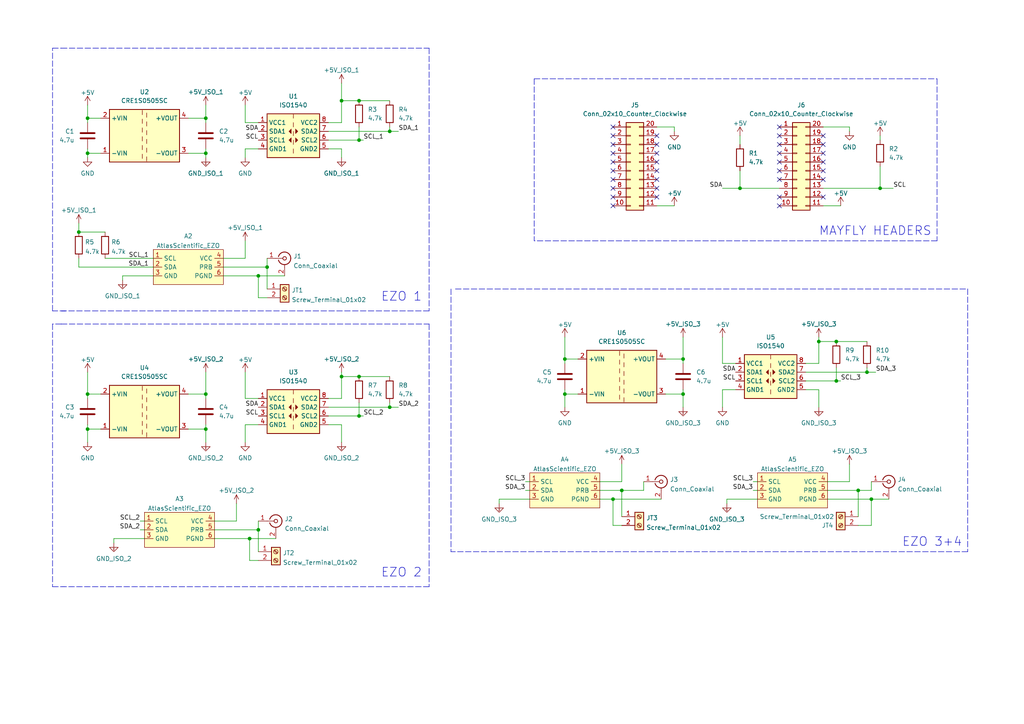
<source format=kicad_sch>
(kicad_sch (version 20211123) (generator eeschema)
  (paper "A4")
  (lib_symbols
    (symbol "Connector:Conn_Coaxial" (pin_names (offset 1.016) hide)
      (property "Reference" "J" (at 0.254 3.048 0))
      (property "Value" "Conn_Coaxial" (at 2.921 0 90))
      (symbol "Conn_Coaxial_0_1"
        (arc (start -1.778 -0.508) (mid 0.222 -1.808) (end 1.778 0) (stroke (width 0.254)))
        (polyline (pts (xy -2.54 0) (xy -0.508 0)))
        (polyline (pts (xy 0 -2.54) (xy 0 -1.778)))
        (circle (center 0 0) (radius 0.508) (stroke (width 0.2032)))
        (arc (start 1.778 0) (mid 0.2221 1.8083) (end -1.778 0.508) (stroke (width 0.254)))
      )
      (symbol "Conn_Coaxial_1_1"
        (pin passive line (at -5.08 0 0) (length 2.54) (name "In") (number "1"))
        (pin passive line (at 0 -5.08 90) (length 2.54) (name "Ext") (number "2"))
      )
    )
    (symbol "Connector:Screw_Terminal_01x02" (pin_names (offset 1.016) hide)
      (property "Reference" "J" (at 0 2.54 0))
      (property "Value" "Screw_Terminal_01x02" (at 0 -5.08 0))
      (symbol "Screw_Terminal_01x02_1_1"
        (rectangle (start -1.27 1.27) (end 1.27 -3.81) (stroke (width 0.254)) (fill (type background)))
        (circle (center 0 -2.54) (radius 0.635) (stroke (width 0.1524)))
        (polyline (pts (xy -0.5334 -2.2098) (xy 0.3302 -3.048)) (stroke (width 0.1524)))
        (polyline (pts (xy -0.5334 0.3302) (xy 0.3302 -0.508)) (stroke (width 0.1524)))
        (polyline (pts (xy -0.3556 -2.032) (xy 0.508 -2.8702)) (stroke (width 0.1524)))
        (polyline (pts (xy -0.3556 0.508) (xy 0.508 -0.3302)) (stroke (width 0.1524)))
        (circle (center 0 0) (radius 0.635) (stroke (width 0.1524)))
        (pin passive line (at -5.08 0 0) (length 3.81) (name "Pin_1") (number "1"))
        (pin passive line (at -5.08 -2.54 0) (length 3.81) (name "Pin_2") (number "2"))
      )
    )
    (symbol "Connector_Generic:Conn_02x10_Counter_Clockwise" (pin_names (offset 1.016) hide)
      (property "Reference" "J" (at 1.27 12.7 0))
      (property "Value" "Conn_02x10_Counter_Clockwise" (at 1.27 -15.24 0))
      (symbol "Conn_02x10_Counter_Clockwise_1_1"
        (rectangle (start -1.27 -12.573) (end 0 -12.827) (stroke (width 0.1524)))
        (rectangle (start -1.27 -10.033) (end 0 -10.287) (stroke (width 0.1524)))
        (rectangle (start -1.27 -7.493) (end 0 -7.747) (stroke (width 0.1524)))
        (rectangle (start -1.27 -4.953) (end 0 -5.207) (stroke (width 0.1524)))
        (rectangle (start -1.27 -2.413) (end 0 -2.667) (stroke (width 0.1524)))
        (rectangle (start -1.27 0.127) (end 0 -0.127) (stroke (width 0.1524)))
        (rectangle (start -1.27 2.667) (end 0 2.413) (stroke (width 0.1524)))
        (rectangle (start -1.27 5.207) (end 0 4.953) (stroke (width 0.1524)))
        (rectangle (start -1.27 7.747) (end 0 7.493) (stroke (width 0.1524)))
        (rectangle (start -1.27 10.287) (end 0 10.033) (stroke (width 0.1524)))
        (rectangle (start -1.27 11.43) (end 3.81 -13.97) (stroke (width 0.254)) (fill (type background)))
        (rectangle (start 3.81 -12.573) (end 2.54 -12.827) (stroke (width 0.1524)))
        (rectangle (start 3.81 -10.033) (end 2.54 -10.287) (stroke (width 0.1524)))
        (rectangle (start 3.81 -7.493) (end 2.54 -7.747) (stroke (width 0.1524)))
        (rectangle (start 3.81 -4.953) (end 2.54 -5.207) (stroke (width 0.1524)))
        (rectangle (start 3.81 -2.413) (end 2.54 -2.667) (stroke (width 0.1524)))
        (rectangle (start 3.81 0.127) (end 2.54 -0.127) (stroke (width 0.1524)))
        (rectangle (start 3.81 2.667) (end 2.54 2.413) (stroke (width 0.1524)))
        (rectangle (start 3.81 5.207) (end 2.54 4.953) (stroke (width 0.1524)))
        (rectangle (start 3.81 7.747) (end 2.54 7.493) (stroke (width 0.1524)))
        (rectangle (start 3.81 10.287) (end 2.54 10.033) (stroke (width 0.1524)))
        (pin passive line (at -5.08 10.16 0) (length 3.81) (name "Pin_1") (number "1"))
        (pin passive line (at -5.08 -12.7 0) (length 3.81) (name "Pin_10") (number "10"))
        (pin passive line (at 7.62 -12.7 180) (length 3.81) (name "Pin_11") (number "11"))
        (pin passive line (at 7.62 -10.16 180) (length 3.81) (name "Pin_12") (number "12"))
        (pin passive line (at 7.62 -7.62 180) (length 3.81) (name "Pin_13") (number "13"))
        (pin passive line (at 7.62 -5.08 180) (length 3.81) (name "Pin_14") (number "14"))
        (pin passive line (at 7.62 -2.54 180) (length 3.81) (name "Pin_15") (number "15"))
        (pin passive line (at 7.62 0 180) (length 3.81) (name "Pin_16") (number "16"))
        (pin passive line (at 7.62 2.54 180) (length 3.81) (name "Pin_17") (number "17"))
        (pin passive line (at 7.62 5.08 180) (length 3.81) (name "Pin_18") (number "18"))
        (pin passive line (at 7.62 7.62 180) (length 3.81) (name "Pin_19") (number "19"))
        (pin passive line (at -5.08 7.62 0) (length 3.81) (name "Pin_2") (number "2"))
        (pin passive line (at 7.62 10.16 180) (length 3.81) (name "Pin_20") (number "20"))
        (pin passive line (at -5.08 5.08 0) (length 3.81) (name "Pin_3") (number "3"))
        (pin passive line (at -5.08 2.54 0) (length 3.81) (name "Pin_4") (number "4"))
        (pin passive line (at -5.08 0 0) (length 3.81) (name "Pin_5") (number "5"))
        (pin passive line (at -5.08 -2.54 0) (length 3.81) (name "Pin_6") (number "6"))
        (pin passive line (at -5.08 -5.08 0) (length 3.81) (name "Pin_7") (number "7"))
        (pin passive line (at -5.08 -7.62 0) (length 3.81) (name "Pin_8") (number "8"))
        (pin passive line (at -5.08 -10.16 0) (length 3.81) (name "Pin_9") (number "9"))
      )
    )
    (symbol "Device:C" (pin_numbers hide) (pin_names (offset 0.254))
      (property "Reference" "C" (at 0.635 2.54 0))
      (property "Value" "C" (at 0.635 -2.54 0))
      (symbol "C_0_1"
        (polyline (pts (xy -2.032 -0.762) (xy 2.032 -0.762)) (stroke (width 0.508)))
        (polyline (pts (xy -2.032 0.762) (xy 2.032 0.762)) (stroke (width 0.508)))
      )
      (symbol "C_1_1"
        (pin passive line (at 0 3.81 270) (length 2.794) (name "~") (number "1"))
        (pin passive line (at 0 -3.81 90) (length 2.794) (name "~") (number "2"))
      )
    )
    (symbol "Device:R" (pin_numbers hide) (pin_names (offset 0))
      (property "Reference" "R" (at 2.032 0 90))
      (property "Value" "R" (at 0 0 90))
      (symbol "R_0_1"
        (rectangle (start -1.016 -2.54) (end 1.016 2.54) (stroke (width 0.254)))
      )
      (symbol "R_1_1"
        (pin passive line (at 0 3.81 270) (length 1.27) (name "~") (number "1"))
        (pin passive line (at 0 -3.81 90) (length 1.27) (name "~") (number "2"))
      )
    )
    (symbol "Isolator:ISO1540"
      (property "Reference" "U" (at -6.35 6.35 0))
      (property "Value" "ISO1540" (at 3.81 6.35 0))
      (symbol "ISO1540_0_1"
        (rectangle (start -7.62 5.08) (end 7.62 -7.62) (stroke (width 0.254)) (fill (type background)))
        (rectangle (start 0 -5.08) (end 0 -6.35))
        (polyline (pts (xy 0 -2.54) (xy 0 -3.81)))
        (polyline (pts (xy 0 0) (xy 0 -1.27)))
        (polyline (pts (xy 0 2.54) (xy 0 1.27)))
        (polyline (pts (xy 0 5.08) (xy 0 3.81)))
        (polyline (pts (xy -0.635 0.635) (xy -1.27 0) (xy -0.635 -0.635) (xy -0.635 0.635)) (fill (type outline)))
        (polyline (pts (xy 0.635 -1.905) (xy 1.27 -2.54) (xy 0.635 -3.175) (xy 0.635 -1.905)) (fill (type outline)))
        (polyline (pts (xy 0.635 0.635) (xy 1.27 0) (xy 0.635 -0.635) (xy 0.635 0.635)) (fill (type outline)))
      )
      (symbol "ISO1540_1_1"
        (polyline (pts (xy -0.635 -1.905) (xy -1.27 -2.54) (xy -0.635 -3.175) (xy -0.635 -1.905)) (fill (type outline)))
        (pin power_in line (at -10.16 2.54 0) (length 2.54) (name "VCC1") (number "1"))
        (pin bidirectional line (at -10.16 0 0) (length 2.54) (name "SDA1") (number "2"))
        (pin bidirectional line (at -10.16 -2.54 0) (length 2.54) (name "SCL1") (number "3"))
        (pin power_in line (at -10.16 -5.08 0) (length 2.54) (name "GND1") (number "4"))
        (pin power_in line (at 10.16 -5.08 180) (length 2.54) (name "GND2") (number "5"))
        (pin bidirectional line (at 10.16 -2.54 180) (length 2.54) (name "SCL2") (number "6"))
        (pin bidirectional line (at 10.16 0 180) (length 2.54) (name "SDA2") (number "7"))
        (pin power_in line (at 10.16 2.54 180) (length 2.54) (name "VCC2") (number "8"))
      )
    )
    (symbol "Regulator_Switching:CRE1S0505SC"
      (property "Reference" "U" (at -8.89 8.89 0))
      (property "Value" "CRE1S0505SC" (at 2.54 8.89 0))
      (symbol "CRE1S0505SC_0_1"
        (rectangle (start -10.16 7.62) (end 10.16 -7.62) (stroke (width 0.254)) (fill (type background)))
        (polyline (pts (xy -0.635 -5.334) (xy -0.635 -6.604)))
        (polyline (pts (xy -0.635 -2.794) (xy -0.635 -4.064)))
        (polyline (pts (xy -0.635 -0.254) (xy -0.635 -1.524)))
        (polyline (pts (xy -0.635 2.286) (xy -0.635 1.016)))
        (polyline (pts (xy -0.635 4.826) (xy -0.635 3.556)))
        (polyline (pts (xy -0.635 7.366) (xy -0.635 6.096)))
        (polyline (pts (xy 0.635 -7.366) (xy 0.635 -6.096)))
        (polyline (pts (xy 0.635 -4.826) (xy 0.635 -3.556)))
        (polyline (pts (xy 0.635 -2.286) (xy 0.635 -1.016)))
        (polyline (pts (xy 0.635 0.254) (xy 0.635 1.524)))
        (polyline (pts (xy 0.635 2.794) (xy 0.635 4.064)))
        (polyline (pts (xy 0.635 5.334) (xy 0.635 6.604)))
      )
      (symbol "CRE1S0505SC_1_1"
        (pin power_in line (at -12.7 -5.08 0) (length 2.54) (name "-VIN") (number "1"))
        (pin power_in line (at -12.7 5.08 0) (length 2.54) (name "+VIN") (number "2"))
        (pin power_out line (at 12.7 -5.08 180) (length 2.54) (name "-VOUT") (number "3"))
        (pin power_out line (at 12.7 5.08 180) (length 2.54) (name "+VOUT") (number "4"))
      )
    )
    (symbol "power:+5V" (power) (pin_names (offset 0))
      (property "Value" "+5V" (at 0 3.556 0))
      (symbol "+5V_0_1"
        (polyline (pts (xy -0.762 1.27) (xy 0 2.54)))
        (polyline (pts (xy 0 0) (xy 0 2.54)))
        (polyline (pts (xy 0 2.54) (xy 0.762 1.27)))
      )
      (symbol "+5V_1_1"
        (pin power_in line (at 0 0 90) (length 0) hide (name "+5V") (number "1"))
      )
    )
    (symbol "power:GND" (power) (pin_names (offset 0))
      (property "Value" "GND" (at 0 -3.81 0))
      (symbol "GND_0_1"
        (polyline (pts (xy 0 0) (xy 0 -1.27) (xy 1.27 -1.27) (xy 0 -2.54) (xy -1.27 -1.27) (xy 0 -1.27)))
      )
      (symbol "GND_1_1"
        (pin power_in line (at 0 0 270) (length 0) hide (name "GND") (number "1"))
      )
    )
    (symbol "toolbox-assy:AtlasScientific_EZO"
      (property "Reference" "A" (at 0 5.08 0))
      (property "Value" "AtlasScientific_EZO" (at 0 -10.16 0))
      (symbol "AtlasScientific_EZO_0_0"
        (pin passive line (at -10.16 0 0) (length 2.54) (name "SCL") (number "1"))
        (pin passive line (at -10.16 -2.54 0) (length 2.54) (name "SDA") (number "2"))
        (pin passive line (at -10.16 -5.08 0) (length 2.54) (name "GND") (number "3"))
        (pin passive line (at 10.16 0 180) (length 2.54) (name "VCC") (number "4"))
        (pin passive line (at 10.16 -2.54 180) (length 2.54) (name "PRB") (number "5"))
        (pin passive line (at 10.16 -5.08 180) (length 2.54) (name "PGND") (number "6"))
      )
      (symbol "AtlasScientific_EZO_0_1"
        (rectangle (start -10.16 2.54) (end 10.16 -7.62) (stroke (width 0.1524)) (fill (type background)))
      )
    )
    (symbol "toolbox-power:+5V_ISO_1" (power) (in_bom no) (on_board no)
      (property "Value" "+5V_ISO_1" (at 0 3.81 0))
      (symbol "+5V_ISO_1_0_0"
        (pin power_in line (at 0 0 270) (length 2.54) hide (name "+5V_ISO_1") (number "1"))
      )
      (symbol "+5V_ISO_1_0_1"
        (polyline (pts (xy 0 2.54) (xy -0.635 1.27)))
        (polyline (pts (xy 0 2.54) (xy 0 0)))
        (polyline (pts (xy 0 2.54) (xy 0.635 1.27)))
      )
    )
    (symbol "toolbox-power:+5V_ISO_2" (power) (in_bom no) (on_board no)
      (property "Value" "+5V_ISO_2" (at 0 3.81 0))
      (symbol "+5V_ISO_2_0_0"
        (pin power_in line (at 0 0 270) (length 2.54) hide (name "+5V_ISO_2") (number "1"))
      )
      (symbol "+5V_ISO_2_0_1"
        (polyline (pts (xy 0 2.54) (xy -0.635 1.27)))
        (polyline (pts (xy 0 2.54) (xy 0 0)))
        (polyline (pts (xy 0 2.54) (xy 0.635 1.27)))
      )
    )
    (symbol "toolbox-power:+5V_ISO_3" (power) (in_bom no) (on_board no)
      (property "Value" "+5V_ISO_3" (at 0 3.81 0))
      (symbol "+5V_ISO_3_0_0"
        (pin power_in line (at 0 0 270) (length 2.54) hide (name "+5V_ISO_3") (number "1"))
      )
      (symbol "+5V_ISO_3_0_1"
        (polyline (pts (xy 0 2.54) (xy -0.635 1.27)))
        (polyline (pts (xy 0 2.54) (xy 0 0)))
        (polyline (pts (xy 0 2.54) (xy 0.635 1.27)))
      )
    )
    (symbol "toolbox-power:GND_ISO_1" (power) (pin_names (offset 0))
      (property "Value" "GND_ISO_1" (at 0 -3.81 0))
      (symbol "GND_ISO_1_0_1"
        (polyline (pts (xy -0.127 -2.032) (xy 0.127 -2.032)) (stroke (width 0.1524)))
        (polyline (pts (xy -0.127 -1.524) (xy 0.127 -1.524)) (stroke (width 0.1524)))
        (polyline (pts (xy 0 -1.524) (xy 0 -2.032)) (stroke (width 0.1524)))
        (polyline (pts (xy 0 0) (xy 0 -1.27) (xy 1.27 -1.27) (xy 0 -2.54) (xy -1.27 -1.27) (xy 0 -1.27)))
      )
      (symbol "GND_ISO_1_1_1"
        (pin power_in line (at 0 0 270) (length 0) hide (name "GND_ISO_1") (number "1"))
      )
    )
    (symbol "toolbox-power:GND_ISO_2" (power) (pin_names (offset 0))
      (property "Value" "GND_ISO_2" (at 0 -3.81 0))
      (symbol "GND_ISO_2_0_1"
        (polyline (pts (xy -0.127 -2.032) (xy 0.127 -2.032)) (stroke (width 0.1524)))
        (polyline (pts (xy -0.127 -1.524) (xy 0.127 -1.524)) (stroke (width 0.1524)))
        (polyline (pts (xy 0 -1.524) (xy 0 -2.032)) (stroke (width 0.1524)))
        (polyline (pts (xy 0 0) (xy 0 -1.27) (xy 1.27 -1.27) (xy 0 -2.54) (xy -1.27 -1.27) (xy 0 -1.27)))
      )
      (symbol "GND_ISO_2_1_1"
        (pin power_in line (at 0 0 270) (length 0) hide (name "GND_ISO_2") (number "1"))
      )
    )
    (symbol "toolbox-power:GND_ISO_3" (power) (pin_names (offset 0))
      (property "Value" "GND_ISO_3" (at 0 -3.81 0))
      (symbol "GND_ISO_3_0_1"
        (polyline (pts (xy -0.127 -2.032) (xy 0.127 -2.032)) (stroke (width 0.1524)))
        (polyline (pts (xy -0.127 -1.524) (xy 0.127 -1.524)) (stroke (width 0.1524)))
        (polyline (pts (xy 0 -1.524) (xy 0 -2.032)) (stroke (width 0.1524)))
        (polyline (pts (xy 0 0) (xy 0 -1.27) (xy 1.27 -1.27) (xy 0 -2.54) (xy -1.27 -1.27) (xy 0 -1.27)))
      )
      (symbol "GND_ISO_3_1_1"
        (pin power_in line (at 0 0 270) (length 0) hide (name "GND_ISO_3") (number "1"))
      )
    )
  )
  (junction (at 25.4 44.45))
  (junction (at 59.69 114.3))
  (junction (at 255.27 54.61))
  (junction (at 25.4 124.46))
  (junction (at 77.47 77.47))
  (junction (at 59.69 124.46))
  (junction (at 99.06 109.22))
  (junction (at 59.69 44.45))
  (junction (at 74.93 80.01))
  (junction (at 74.93 153.67))
  (junction (at 252.73 144.78))
  (junction (at 72.39 156.21))
  (junction (at 177.8 144.78))
  (junction (at 198.12 104.14))
  (junction (at 113.03 118.11))
  (junction (at 25.4 114.3))
  (junction (at 25.4 34.29))
  (junction (at 113.03 38.1))
  (junction (at 251.46 107.95))
  (junction (at 104.14 120.65))
  (junction (at 59.69 34.29))
  (junction (at 248.92 142.24))
  (junction (at 214.63 54.61))
  (junction (at 237.49 99.06))
  (junction (at 104.14 40.64))
  (junction (at 242.57 110.49))
  (junction (at 22.86 67.31))
  (junction (at 163.83 114.3))
  (junction (at 180.34 142.24))
  (junction (at 99.06 29.21))
  (junction (at 242.57 99.06))
  (junction (at 163.83 104.14))
  (junction (at 104.14 109.22))
  (junction (at 198.12 114.3))
  (junction (at 104.14 29.21))
  (no_connect (at 190.5 39.37))
  (no_connect (at 190.5 41.91))
  (no_connect (at 177.8 57.15))
  (no_connect (at 177.8 49.53))
  (no_connect (at 177.8 41.91))
  (no_connect (at 177.8 44.45))
  (no_connect (at 177.8 54.61))
  (no_connect (at 177.8 36.83))
  (no_connect (at 177.8 52.07))
  (no_connect (at 177.8 59.69))
  (no_connect (at 177.8 39.37))
  (no_connect (at 177.8 46.99))
  (no_connect (at 190.5 49.53))
  (no_connect (at 190.5 52.07))
  (no_connect (at 190.5 44.45))
  (no_connect (at 190.5 46.99))
  (no_connect (at 190.5 57.15))
  (no_connect (at 190.5 54.61))
  (no_connect (at 226.06 59.69))
  (no_connect (at 226.06 57.15))
  (no_connect (at 226.06 52.07))
  (no_connect (at 226.06 49.53))
  (no_connect (at 226.06 44.45))
  (no_connect (at 226.06 46.99))
  (no_connect (at 226.06 39.37))
  (no_connect (at 226.06 41.91))
  (no_connect (at 238.76 57.15))
  (no_connect (at 238.76 52.07))
  (no_connect (at 238.76 46.99))
  (no_connect (at 238.76 49.53))
  (no_connect (at 238.76 41.91))
  (no_connect (at 238.76 44.45))
  (no_connect (at 226.06 36.83))
  (no_connect (at 238.76 39.37))
  (wire (pts (xy 71.12 74.93) (xy 64.77 74.93)))
  (wire (pts (xy 77.47 77.47) (xy 77.47 74.93)))
  (wire (pts (xy 62.23 156.21) (xy 72.39 156.21)))
  (wire (pts (xy 59.69 43.18) (xy 59.69 44.45)))
  (wire (pts (xy 68.58 151.13) (xy 62.23 151.13)))
  (polyline (pts (xy 271.78 22.86) (xy 271.78 69.85)))
  (wire (pts (xy 152.4 142.24) (xy 153.67 142.24)))
  (polyline (pts (xy 15.24 93.98) (xy 15.24 170.18)))
  (wire (pts (xy 25.4 107.95) (xy 25.4 114.3)))
  (wire (pts (xy 59.69 107.95) (xy 59.69 114.3)))
  (wire (pts (xy 214.63 54.61) (xy 226.06 54.61)))
  (wire (pts (xy 180.34 139.7) (xy 173.99 139.7)))
  (wire (pts (xy 198.12 97.79) (xy 198.12 104.14)))
  (wire (pts (xy 237.49 113.03) (xy 237.49 118.11)))
  (wire (pts (xy 71.12 69.85) (xy 71.12 74.93)))
  (wire (pts (xy 177.8 152.4) (xy 177.8 144.78)))
  (wire (pts (xy 251.46 107.95) (xy 254 107.95)))
  (wire (pts (xy 25.4 34.29) (xy 25.4 35.56)))
  (wire (pts (xy 22.86 77.47) (xy 22.86 74.93)))
  (wire (pts (xy 104.14 109.22) (xy 113.03 109.22)))
  (wire (pts (xy 242.57 106.68) (xy 242.57 110.49)))
  (polyline (pts (xy 17.78 13.97) (xy 124.46 13.97)))
  (wire (pts (xy 72.39 162.56) (xy 72.39 156.21)))
  (wire (pts (xy 177.8 144.78) (xy 191.77 144.78)))
  (wire (pts (xy 198.12 114.3) (xy 198.12 118.11)))
  (wire (pts (xy 163.83 114.3) (xy 167.64 114.3)))
  (wire (pts (xy 144.78 144.78) (xy 144.78 146.05)))
  (wire (pts (xy 71.12 43.18) (xy 74.93 43.18)))
  (wire (pts (xy 33.02 156.21) (xy 33.02 157.48)))
  (wire (pts (xy 62.23 153.67) (xy 74.93 153.67)))
  (wire (pts (xy 95.25 118.11) (xy 113.03 118.11)))
  (wire (pts (xy 190.5 59.69) (xy 195.58 59.69)))
  (wire (pts (xy 25.4 44.45) (xy 25.4 45.72)))
  (wire (pts (xy 163.83 104.14) (xy 163.83 105.41)))
  (wire (pts (xy 104.14 116.84) (xy 104.14 120.65)))
  (wire (pts (xy 255.27 48.26) (xy 255.27 54.61)))
  (wire (pts (xy 74.93 153.67) (xy 74.93 160.02)))
  (wire (pts (xy 237.49 97.79) (xy 237.49 99.06)))
  (wire (pts (xy 72.39 156.21) (xy 80.01 156.21)))
  (wire (pts (xy 237.49 105.41) (xy 233.68 105.41)))
  (wire (pts (xy 213.36 113.03) (xy 209.55 113.03)))
  (polyline (pts (xy 15.24 13.97) (xy 17.78 13.97)))
  (wire (pts (xy 214.63 39.37) (xy 214.63 41.91)))
  (wire (pts (xy 22.86 64.77) (xy 22.86 67.31)))
  (wire (pts (xy 193.04 104.14) (xy 198.12 104.14)))
  (polyline (pts (xy 17.78 93.98) (xy 15.24 93.98)))
  (wire (pts (xy 209.55 105.41) (xy 213.36 105.41)))
  (wire (pts (xy 95.25 120.65) (xy 104.14 120.65)))
  (wire (pts (xy 25.4 43.18) (xy 25.4 44.45)))
  (wire (pts (xy 99.06 29.21) (xy 99.06 35.56)))
  (wire (pts (xy 198.12 104.14) (xy 198.12 105.41)))
  (wire (pts (xy 113.03 36.83) (xy 113.03 38.1)))
  (wire (pts (xy 180.34 134.62) (xy 180.34 139.7)))
  (wire (pts (xy 59.69 34.29) (xy 59.69 30.48)))
  (wire (pts (xy 163.83 97.79) (xy 163.83 104.14)))
  (wire (pts (xy 74.93 80.01) (xy 82.55 80.01)))
  (wire (pts (xy 113.03 116.84) (xy 113.03 118.11)))
  (wire (pts (xy 25.4 34.29) (xy 25.4 30.48)))
  (wire (pts (xy 248.92 142.24) (xy 248.92 149.86)))
  (wire (pts (xy 233.68 107.95) (xy 251.46 107.95)))
  (wire (pts (xy 113.03 118.11) (xy 115.57 118.11)))
  (wire (pts (xy 99.06 43.18) (xy 99.06 45.72)))
  (wire (pts (xy 104.14 36.83) (xy 104.14 40.64)))
  (wire (pts (xy 44.45 77.47) (xy 22.86 77.47)))
  (polyline (pts (xy 124.46 90.17) (xy 17.78 90.17)))
  (wire (pts (xy 186.69 142.24) (xy 186.69 139.7)))
  (wire (pts (xy 209.55 54.61) (xy 214.63 54.61)))
  (wire (pts (xy 246.38 139.7) (xy 240.03 139.7)))
  (wire (pts (xy 237.49 99.06) (xy 237.49 105.41)))
  (wire (pts (xy 248.92 142.24) (xy 252.73 142.24)))
  (wire (pts (xy 74.93 86.36) (xy 74.93 80.01)))
  (wire (pts (xy 44.45 80.01) (xy 35.56 80.01)))
  (wire (pts (xy 238.76 54.61) (xy 255.27 54.61)))
  (wire (pts (xy 74.93 162.56) (xy 72.39 162.56)))
  (wire (pts (xy 95.25 123.19) (xy 99.06 123.19)))
  (wire (pts (xy 99.06 29.21) (xy 104.14 29.21)))
  (wire (pts (xy 59.69 114.3) (xy 59.69 115.57)))
  (polyline (pts (xy 132.08 83.82) (xy 280.67 83.82)))
  (wire (pts (xy 163.83 114.3) (xy 163.83 118.11)))
  (wire (pts (xy 233.68 113.03) (xy 237.49 113.03)))
  (wire (pts (xy 64.77 77.47) (xy 77.47 77.47)))
  (polyline (pts (xy 124.46 13.97) (xy 124.46 90.17)))
  (wire (pts (xy 238.76 59.69) (xy 243.84 59.69)))
  (wire (pts (xy 246.38 36.83) (xy 246.38 38.1)))
  (wire (pts (xy 95.25 38.1) (xy 113.03 38.1)))
  (wire (pts (xy 59.69 44.45) (xy 59.69 45.72)))
  (wire (pts (xy 54.61 44.45) (xy 59.69 44.45)))
  (wire (pts (xy 237.49 99.06) (xy 242.57 99.06)))
  (wire (pts (xy 30.48 74.93) (xy 44.45 74.93)))
  (wire (pts (xy 209.55 97.79) (xy 209.55 105.41)))
  (wire (pts (xy 77.47 86.36) (xy 74.93 86.36)))
  (wire (pts (xy 163.83 104.14) (xy 167.64 104.14)))
  (polyline (pts (xy 124.46 170.18) (xy 17.78 170.18)))
  (wire (pts (xy 25.4 114.3) (xy 29.21 114.3)))
  (wire (pts (xy 242.57 110.49) (xy 243.84 110.49)))
  (polyline (pts (xy 154.94 22.86) (xy 271.78 22.86)))
  (wire (pts (xy 71.12 107.95) (xy 71.12 115.57)))
  (wire (pts (xy 252.73 144.78) (xy 257.81 144.78)))
  (wire (pts (xy 153.67 144.78) (xy 144.78 144.78)))
  (wire (pts (xy 68.58 146.05) (xy 68.58 151.13)))
  (wire (pts (xy 152.4 139.7) (xy 153.67 139.7)))
  (wire (pts (xy 255.27 54.61) (xy 259.08 54.61)))
  (wire (pts (xy 54.61 124.46) (xy 59.69 124.46)))
  (wire (pts (xy 255.27 39.37) (xy 255.27 40.64)))
  (wire (pts (xy 99.06 123.19) (xy 99.06 128.27)))
  (polyline (pts (xy 271.78 69.85) (xy 154.94 69.85)))
  (wire (pts (xy 180.34 152.4) (xy 177.8 152.4)))
  (wire (pts (xy 99.06 109.22) (xy 104.14 109.22)))
  (wire (pts (xy 59.69 124.46) (xy 59.69 128.27)))
  (polyline (pts (xy 17.78 93.98) (xy 124.46 93.98)))
  (wire (pts (xy 240.03 142.24) (xy 248.92 142.24)))
  (wire (pts (xy 71.12 115.57) (xy 74.93 115.57)))
  (wire (pts (xy 25.4 124.46) (xy 25.4 128.27)))
  (wire (pts (xy 54.61 34.29) (xy 59.69 34.29)))
  (wire (pts (xy 99.06 109.22) (xy 99.06 115.57)))
  (wire (pts (xy 40.64 153.67) (xy 41.91 153.67)))
  (wire (pts (xy 104.14 40.64) (xy 105.41 40.64)))
  (wire (pts (xy 104.14 120.65) (xy 105.41 120.65)))
  (wire (pts (xy 193.04 114.3) (xy 198.12 114.3)))
  (wire (pts (xy 71.12 30.48) (xy 71.12 35.56)))
  (wire (pts (xy 74.93 153.67) (xy 74.93 151.13)))
  (wire (pts (xy 99.06 107.95) (xy 99.06 109.22)))
  (wire (pts (xy 74.93 123.19) (xy 71.12 123.19)))
  (wire (pts (xy 240.03 144.78) (xy 252.73 144.78)))
  (wire (pts (xy 71.12 45.72) (xy 71.12 43.18)))
  (polyline (pts (xy 15.24 90.17) (xy 15.24 13.97)))
  (wire (pts (xy 214.63 49.53) (xy 214.63 54.61)))
  (wire (pts (xy 209.55 113.03) (xy 209.55 118.11)))
  (wire (pts (xy 173.99 144.78) (xy 177.8 144.78)))
  (wire (pts (xy 59.69 34.29) (xy 59.69 35.56)))
  (wire (pts (xy 22.86 67.31) (xy 30.48 67.31)))
  (wire (pts (xy 198.12 113.03) (xy 198.12 114.3)))
  (wire (pts (xy 71.12 123.19) (xy 71.12 128.27)))
  (wire (pts (xy 252.73 152.4) (xy 252.73 144.78)))
  (wire (pts (xy 104.14 29.21) (xy 113.03 29.21)))
  (wire (pts (xy 29.21 44.45) (xy 25.4 44.45)))
  (wire (pts (xy 233.68 110.49) (xy 242.57 110.49)))
  (polyline (pts (xy 124.46 93.98) (xy 124.46 170.18)))
  (polyline (pts (xy 280.67 160.02) (xy 130.81 160.02)))
  (wire (pts (xy 99.06 24.13) (xy 99.06 29.21)))
  (wire (pts (xy 219.71 144.78) (xy 210.82 144.78)))
  (wire (pts (xy 99.06 115.57) (xy 95.25 115.57)))
  (wire (pts (xy 163.83 113.03) (xy 163.83 114.3)))
  (wire (pts (xy 25.4 123.19) (xy 25.4 124.46)))
  (polyline (pts (xy 130.81 83.82) (xy 130.81 160.02)))
  (wire (pts (xy 54.61 114.3) (xy 59.69 114.3)))
  (wire (pts (xy 173.99 142.24) (xy 180.34 142.24)))
  (wire (pts (xy 64.77 80.01) (xy 74.93 80.01)))
  (polyline (pts (xy 154.94 22.86) (xy 154.94 69.85)))
  (wire (pts (xy 113.03 38.1) (xy 115.57 38.1)))
  (wire (pts (xy 248.92 152.4) (xy 252.73 152.4)))
  (wire (pts (xy 25.4 124.46) (xy 29.21 124.46)))
  (wire (pts (xy 77.47 77.47) (xy 77.47 83.82)))
  (wire (pts (xy 71.12 35.56) (xy 74.93 35.56)))
  (wire (pts (xy 246.38 134.62) (xy 246.38 139.7)))
  (wire (pts (xy 95.25 43.18) (xy 99.06 43.18)))
  (wire (pts (xy 252.73 142.24) (xy 252.73 139.7)))
  (wire (pts (xy 29.21 34.29) (xy 25.4 34.29)))
  (wire (pts (xy 218.44 139.7) (xy 219.71 139.7)))
  (wire (pts (xy 238.76 36.83) (xy 246.38 36.83)))
  (wire (pts (xy 218.44 142.24) (xy 219.71 142.24)))
  (wire (pts (xy 95.25 40.64) (xy 104.14 40.64)))
  (wire (pts (xy 35.56 80.01) (xy 35.56 81.28)))
  (wire (pts (xy 41.91 156.21) (xy 33.02 156.21)))
  (wire (pts (xy 210.82 144.78) (xy 210.82 146.05)))
  (wire (pts (xy 99.06 35.56) (xy 95.25 35.56)))
  (wire (pts (xy 242.57 99.06) (xy 251.46 99.06)))
  (polyline (pts (xy 15.24 170.18) (xy 19.05 170.18)))
  (polyline (pts (xy 19.05 90.17) (xy 15.24 90.17)))
  (wire (pts (xy 180.34 142.24) (xy 186.69 142.24)))
  (wire (pts (xy 25.4 114.3) (xy 25.4 115.57)))
  (wire (pts (xy 180.34 142.24) (xy 180.34 149.86)))
  (wire (pts (xy 190.5 36.83) (xy 195.58 36.83)))
  (wire (pts (xy 195.58 36.83) (xy 195.58 38.1)))
  (wire (pts (xy 251.46 106.68) (xy 251.46 107.95)))
  (wire (pts (xy 59.69 123.19) (xy 59.69 124.46)))
  (polyline (pts (xy 280.67 83.82) (xy 280.67 160.02)))
  (wire (pts (xy 40.64 151.13) (xy 41.91 151.13)))
  (text "EZO 3+4" (at 261.62 158.75 0) (effects (font (size 2.54 2.54)) (justify left bottom)))
  (text "MAYFLY HEADERS" (at 237.49 68.58 0) (effects (font (size 2.54 2.54)) (justify left bottom)))
  (text "EZO 1" (at 110.49 87.63 0) (effects (font (size 2.54 2.54)) (justify left bottom)))
  (text "EZO 2" (at 110.49 167.64 0) (effects (font (size 2.54 2.54)) (justify left bottom)))
  (label "SCL_3" (at 243.84 110.49 0))
  (label "SCL_2" (at 105.41 120.65 0))
  (label "SCL" (at 74.93 40.64 180))
  (label "SCL_3" (at 218.44 139.7 180))
  (label "SDA" (at 74.93 38.1 180))
  (label "SDA_2" (at 115.57 118.11 0))
  (label "SCL_1" (at 105.41 40.64 0))
  (label "SDA" (at 209.55 54.61 180))
  (label "SCL_3" (at 152.4 139.7 180))
  (label "SDA_3" (at 218.44 142.24 180))
  (label "SDA_1" (at 43.18 77.47 180))
  (label "SDA_3" (at 254 107.95 0))
  (label "SCL" (at 213.36 110.49 180))
  (label "SDA_3" (at 152.4 142.24 180))
  (label "SDA" (at 213.36 107.95 180))
  (label "SDA_1" (at 115.57 38.1 0))
  (label "SCL" (at 74.93 120.65 180))
  (label "SCL_2" (at 40.64 151.13 180))
  (label "SDA_2" (at 40.64 153.67 180))
  (label "SCL" (at 259.08 54.61 0))
  (label "SDA" (at 74.93 118.11 180))
  (label "SCL_1" (at 43.18 74.93 180))
  (symbol (lib_id "power:+5V") (at 195.58 59.69 0) (unit 1)
    (property "Reference" "#PWR05" (effects hide))
    (property "Value" "+5V" (at 195.58 56.0855 0))
  )
  (symbol (lib_id "Connector:Screw_Terminal_01x02") (at 185.42 149.86 0) (unit 1)
    (property "Reference" "JT3" (at 187.452 150.2215 0) (effects (justify left)))
    (property "Value" "Screw_Terminal_01x02" (at 187.452 152.9966 0) (effects (justify left)))
    (property "Footprint" "TerminalBlock_Phoenix:TerminalBlock_Phoenix_PT-1,5-2-5.0-H_1x02_P5.00mm_Horizontal" (effects hide))
  )
  (symbol (lib_id "power:+5V") (at 243.84 59.69 0) (unit 1)
    (property "Reference" "#PWR06" (effects hide))
    (property "Value" "+5V" (at 243.84 56.0855 0))
  )
  (symbol (lib_id "power:GND") (at 25.4 128.27 0) (unit 1)
    (property "Reference" "#PWR022" (effects hide))
    (property "Value" "GND" (at 25.4 132.8325 0))
  )
  (symbol (lib_id "Connector_Generic:Conn_02x10_Counter_Clockwise") (at 182.88 46.99 0) (unit 1)
    (property "Reference" "J5" (at 184.15 30.48 0))
    (property "Value" "Conn_02x10_Counter_Clockwise" (at 184.15 33.02 0))
    (property "Footprint" "toolbox-mayfly:Mayfly_v1_Headers" (effects hide))
  )
  (symbol (lib_id "Regulator_Switching:CRE1S0505SC") (at 180.34 109.22 0) (unit 1)
    (property "Reference" "U6" (at 180.34 96.52 0))
    (property "Value" "CRE1S0505SC" (at 180.34 99.06 0))
    (property "Footprint" "Converter_DCDC:Converter_DCDC_Murata_CRE1xxxxxxSC_THT" (effects hide))
    (property "Datasheet" "http://power.murata.com/datasheet?/data/power/ncl/kdc_cre1.pdf" (effects hide))
  )
  (symbol (lib_id "Connector:Screw_Terminal_01x02") (at 243.84 149.86 0) (mirror y) (unit 1)
    (property "Reference" "JT4" (at 240.03 152.4 0))
    (property "Value" "Screw_Terminal_01x02" (at 231.14 149.86 0))
    (property "Footprint" "TerminalBlock_Phoenix:TerminalBlock_Phoenix_PT-1,5-2-5.0-H_1x02_P5.00mm_Horizontal" (effects hide))
  )
  (symbol (lib_id "power:+5V") (at 214.63 39.37 0) (unit 1)
    (property "Reference" "#PWR03" (effects hide))
    (property "Value" "+5V" (at 214.63 35.7655 0))
  )
  (symbol (lib_id "toolbox-power:+5V_ISO_1") (at 99.06 24.13 0) (unit 1) (in_bom no) (on_board no)
    (property "Reference" "#PWR07" (effects hide))
    (property "Value" "+5V_ISO_1" (at 99.06 20.32 0))
  )
  (symbol (lib_id "toolbox-power:GND_ISO_3") (at 210.82 146.05 0) (unit 1)
    (property "Reference" "#PWR039" (effects hide))
    (property "Value" "GND_ISO_3" (at 210.82 150.6125 0))
  )
  (symbol (lib_id "power:+5V") (at 71.12 30.48 0) (unit 1)
    (property "Reference" "#PWR010" (effects hide))
    (property "Value" "+5V" (at 71.12 26.8755 0))
  )
  (symbol (lib_id "power:GND") (at 25.4 45.72 0) (unit 1)
    (property "Reference" "#PWR011" (effects hide))
    (property "Value" "GND" (at 25.4 50.2825 0))
  )
  (symbol (lib_id "Connector:Screw_Terminal_01x02") (at 80.01 160.02 0) (unit 1)
    (property "Reference" "JT2" (at 82.042 160.3815 0) (effects (justify left)))
    (property "Value" "Screw_Terminal_01x02" (at 82.042 163.1566 0) (effects (justify left)))
    (property "Footprint" "TerminalBlock_Phoenix:TerminalBlock_Phoenix_PT-1,5-2-5.0-H_1x02_P5.00mm_Horizontal" (effects hide))
  )
  (symbol (lib_id "Device:R") (at 104.14 113.03 180) (unit 1)
    (property "Reference" "R7" (at 106.68 111.7599 0) (effects (justify right)))
    (property "Value" "4.7k" (at 106.68 114.2999 0) (effects (justify right)))
    (property "Footprint" "Resistor_SMD:R_0805_2012Metric" (effects hide))
  )
  (symbol (lib_id "Connector:Conn_Coaxial") (at 80.01 151.13 0) (unit 1)
    (property "Reference" "J2" (at 82.55 150.5147 0) (effects (justify left)))
    (property "Value" "Conn_Coaxial" (at 82.55 153.2898 0) (effects (justify left)))
    (property "Footprint" "Connector_Coaxial:SMA_Amphenol_132134-16_Vertical" (effects hide))
    (property "Datasheet" " ~" (effects hide))
  )
  (symbol (lib_id "power:+5V") (at 209.55 97.79 0) (unit 1)
    (property "Reference" "#PWR030" (effects hide))
    (property "Value" "+5V" (at 209.55 94.1855 0))
  )
  (symbol (lib_id "power:+5V") (at 25.4 107.95 0) (unit 1)
    (property "Reference" "#PWR018" (effects hide))
    (property "Value" "+5V" (at 25.4 104.3455 0))
  )
  (symbol (lib_id "Device:C") (at 59.69 119.38 0) (unit 1)
    (property "Reference" "C4" (at 63.5 118.1099 0) (effects (justify left)))
    (property "Value" "4.7u" (at 63.5 120.6499 0) (effects (justify left)))
    (property "Footprint" "Capacitor_SMD:C_0805_2012Metric" (effects hide))
  )
  (symbol (lib_id "toolbox-power:GND_ISO_1") (at 59.69 45.72 0) (unit 1)
    (property "Reference" "#PWR012" (effects hide))
    (property "Value" "GND_ISO_1" (at 59.69 50.2825 0))
  )
  (symbol (lib_id "toolbox-power:+5V_ISO_3") (at 246.38 134.62 0) (unit 1) (in_bom no) (on_board no)
    (property "Reference" "#PWR037" (effects hide))
    (property "Value" "+5V_ISO_3" (at 246.38 130.81 0))
  )
  (symbol (lib_id "Regulator_Switching:CRE1S0505SC") (at 41.91 39.37 0) (unit 1)
    (property "Reference" "U2" (at 41.91 26.67 0))
    (property "Value" "CRE1S0505SC" (at 41.91 29.21 0))
    (property "Footprint" "Converter_DCDC:Converter_DCDC_Murata_CRE1xxxxxxSC_THT" (effects hide))
    (property "Datasheet" "http://power.murata.com/datasheet?/data/power/ncl/kdc_cre1.pdf" (effects hide))
  )
  (symbol (lib_id "Regulator_Switching:CRE1S0505SC") (at 41.91 119.38 0) (unit 1)
    (property "Reference" "U4" (at 41.91 106.68 0))
    (property "Value" "CRE1S0505SC" (at 41.91 109.22 0))
    (property "Footprint" "Converter_DCDC:Converter_DCDC_Murata_CRE1xxxxxxSC_THT" (effects hide))
    (property "Datasheet" "http://power.murata.com/datasheet?/data/power/ncl/kdc_cre1.pdf" (effects hide))
  )
  (symbol (lib_id "toolbox-power:+5V_ISO_1") (at 71.12 69.85 0) (unit 1) (in_bom no) (on_board no)
    (property "Reference" "#PWR016" (effects hide))
    (property "Value" "+5V_ISO_1" (at 71.12 66.04 0))
  )
  (symbol (lib_id "power:GND") (at 246.38 38.1 0) (unit 1)
    (property "Reference" "#PWR02" (effects hide))
    (property "Value" "GND" (at 246.38 42.6625 0))
  )
  (symbol (lib_id "Device:R") (at 255.27 44.45 180) (unit 1)
    (property "Reference" "R2" (at 257.81 43.1799 0) (effects (justify right)))
    (property "Value" "4.7k" (at 257.81 45.7199 0) (effects (justify right)))
    (property "Footprint" "Resistor_SMD:R_0805_2012Metric" (effects hide))
  )
  (symbol (lib_id "Device:C") (at 25.4 119.38 0) (mirror x) (unit 1)
    (property "Reference" "C3" (at 21.59 118.1099 0) (effects (justify right)))
    (property "Value" "4.7u" (at 21.59 120.6499 0) (effects (justify right)))
    (property "Footprint" "Capacitor_SMD:C_0805_2012Metric" (effects hide))
  )
  (symbol (lib_id "power:+5V") (at 163.83 97.79 0) (unit 1)
    (property "Reference" "#PWR028" (effects hide))
    (property "Value" "+5V" (at 163.83 94.1855 0))
  )
  (symbol (lib_id "Device:R") (at 251.46 102.87 180) (unit 1)
    (property "Reference" "R10" (at 254 101.5999 0) (effects (justify right)))
    (property "Value" "4.7k" (at 254 104.1399 0) (effects (justify right)))
    (property "Footprint" "Resistor_SMD:R_0805_2012Metric" (effects hide))
  )
  (symbol (lib_id "toolbox-assy:AtlasScientific_EZO") (at 52.07 151.13 0) (unit 1)
    (property "Reference" "A3" (at 52.07 144.6743 0))
    (property "Value" "AtlasScientific_EZO" (at 52.07 147.4494 0))
    (property "Footprint" "toolbox-mayfly:AtlasScientific_EZO" (effects hide))
  )
  (symbol (lib_id "toolbox-assy:AtlasScientific_EZO") (at 163.83 139.7 0) (unit 1)
    (property "Reference" "A4" (at 163.83 133.2443 0))
    (property "Value" "AtlasScientific_EZO" (at 163.83 136.0194 0))
    (property "Footprint" "toolbox-mayfly:AtlasScientific_EZO" (effects hide))
  )
  (symbol (lib_id "Device:C") (at 59.69 39.37 0) (unit 1)
    (property "Reference" "C2" (at 63.5 38.0999 0) (effects (justify left)))
    (property "Value" "4.7u" (at 63.5 40.6399 0) (effects (justify left)))
    (property "Footprint" "Capacitor_SMD:C_0805_2012Metric" (effects hide))
  )
  (symbol (lib_id "toolbox-power:GND_ISO_3") (at 237.49 118.11 0) (unit 1)
    (property "Reference" "#PWR035" (effects hide))
    (property "Value" "GND_ISO_3" (at 237.49 122.6725 0))
  )
  (symbol (lib_id "Device:R") (at 242.57 102.87 180) (unit 1)
    (property "Reference" "R9" (at 245.11 101.5999 0) (effects (justify right)))
    (property "Value" "4.7k" (at 245.11 104.1399 0) (effects (justify right)))
    (property "Footprint" "Resistor_SMD:R_0805_2012Metric" (effects hide))
  )
  (symbol (lib_id "Isolator:ISO1540") (at 85.09 38.1 0) (unit 1)
    (property "Reference" "U1" (at 85.09 27.94 0))
    (property "Value" "ISO1540" (at 85.09 30.48 0))
    (property "Footprint" "Package_SO:SOIC-8_3.9x4.9mm_P1.27mm" (effects hide))
    (property "Datasheet" "http://www.ti.com/lit/ds/symlink/iso1541.pdf" (effects hide))
  )
  (symbol (lib_id "toolbox-power:GND_ISO_2") (at 99.06 128.27 0) (unit 1)
    (property "Reference" "#PWR025" (effects hide))
    (property "Value" "GND_ISO_2" (at 99.06 132.8325 0))
  )
  (symbol (lib_id "power:GND") (at 209.55 118.11 0) (unit 1)
    (property "Reference" "#PWR034" (effects hide))
    (property "Value" "GND" (at 209.55 122.6725 0))
  )
  (symbol (lib_id "power:GND") (at 71.12 128.27 0) (unit 1)
    (property "Reference" "#PWR024" (effects hide))
    (property "Value" "GND" (at 71.12 132.8325 0))
  )
  (symbol (lib_id "power:GND") (at 71.12 45.72 0) (unit 1)
    (property "Reference" "#PWR013" (effects hide))
    (property "Value" "GND" (at 71.12 50.2825 0))
  )
  (symbol (lib_id "toolbox-power:+5V_ISO_3") (at 237.49 97.79 0) (unit 1) (in_bom no) (on_board no)
    (property "Reference" "#PWR031" (effects hide))
    (property "Value" "+5V_ISO_3" (at 237.49 93.98 0))
  )
  (symbol (lib_id "Connector:Conn_Coaxial") (at 257.81 139.7 0) (unit 1)
    (property "Reference" "J4" (at 260.35 139.0847 0) (effects (justify left)))
    (property "Value" "Conn_Coaxial" (at 260.35 141.8598 0) (effects (justify left)))
    (property "Footprint" "Connector_Coaxial:SMA_Amphenol_132134-16_Vertical" (effects hide))
    (property "Datasheet" " ~" (effects hide))
  )
  (symbol (lib_id "toolbox-power:GND_ISO_3") (at 198.12 118.11 0) (unit 1)
    (property "Reference" "#PWR033" (effects hide))
    (property "Value" "GND_ISO_3" (at 198.12 122.6725 0))
  )
  (symbol (lib_id "Device:R") (at 214.63 45.72 180) (unit 1)
    (property "Reference" "R1" (at 217.17 44.4499 0) (effects (justify right)))
    (property "Value" "4.7k" (at 217.17 46.9899 0) (effects (justify right)))
    (property "Footprint" "Resistor_SMD:R_0805_2012Metric" (effects hide))
  )
  (symbol (lib_id "toolbox-power:GND_ISO_3") (at 144.78 146.05 0) (unit 1)
    (property "Reference" "#PWR038" (effects hide))
    (property "Value" "GND_ISO_3" (at 144.78 150.6125 0))
  )
  (symbol (lib_id "toolbox-power:GND_ISO_1") (at 35.56 81.28 0) (unit 1)
    (property "Reference" "#PWR017" (effects hide))
    (property "Value" "GND_ISO_1" (at 35.56 85.8425 0))
  )
  (symbol (lib_id "toolbox-power:GND_ISO_2") (at 59.69 128.27 0) (unit 1)
    (property "Reference" "#PWR023" (effects hide))
    (property "Value" "GND_ISO_2" (at 59.69 132.8325 0))
  )
  (symbol (lib_id "power:GND") (at 195.58 38.1 0) (unit 1)
    (property "Reference" "#PWR01" (effects hide))
    (property "Value" "GND" (at 195.58 42.6625 0))
  )
  (symbol (lib_id "power:+5V") (at 71.12 107.95 0) (unit 1)
    (property "Reference" "#PWR020" (effects hide))
    (property "Value" "+5V" (at 71.12 104.3455 0))
  )
  (symbol (lib_id "Device:R") (at 113.03 113.03 180) (unit 1)
    (property "Reference" "R8" (at 115.57 111.7599 0) (effects (justify right)))
    (property "Value" "4.7k" (at 115.57 114.2999 0) (effects (justify right)))
    (property "Footprint" "Resistor_SMD:R_0805_2012Metric" (effects hide))
  )
  (symbol (lib_id "toolbox-power:+5V_ISO_2") (at 59.69 107.95 0) (unit 1) (in_bom no) (on_board no)
    (property "Reference" "#PWR019" (effects hide))
    (property "Value" "+5V_ISO_2" (at 59.69 104.14 0))
  )
  (symbol (lib_id "Connector:Conn_Coaxial") (at 82.55 74.93 0) (unit 1)
    (property "Reference" "J1" (at 85.09 74.3147 0) (effects (justify left)))
    (property "Value" "Conn_Coaxial" (at 85.09 77.0898 0) (effects (justify left)))
    (property "Footprint" "Connector_Coaxial:SMA_Amphenol_132134-16_Vertical" (effects hide))
    (property "Datasheet" " ~" (effects hide))
  )
  (symbol (lib_id "toolbox-power:GND_ISO_1") (at 99.06 45.72 0) (unit 1)
    (property "Reference" "#PWR014" (effects hide))
    (property "Value" "GND_ISO_1" (at 99.06 50.2825 0))
  )
  (symbol (lib_id "toolbox-power:GND_ISO_2") (at 33.02 157.48 0) (unit 1)
    (property "Reference" "#PWR027" (effects hide))
    (property "Value" "GND_ISO_2" (at 33.02 162.0425 0))
  )
  (symbol (lib_id "Connector:Screw_Terminal_01x02") (at 82.55 83.82 0) (unit 1)
    (property "Reference" "JT1" (at 84.582 84.1815 0) (effects (justify left)))
    (property "Value" "Screw_Terminal_01x02" (at 84.582 86.9566 0) (effects (justify left)))
    (property "Footprint" "TerminalBlock_Phoenix:TerminalBlock_Phoenix_PT-1,5-2-5.0-H_1x02_P5.00mm_Horizontal" (effects hide))
  )
  (symbol (lib_id "power:+5V") (at 25.4 30.48 0) (unit 1)
    (property "Reference" "#PWR08" (effects hide))
    (property "Value" "+5V" (at 25.4 26.8755 0))
  )
  (symbol (lib_id "power:+5V") (at 255.27 39.37 0) (unit 1)
    (property "Reference" "#PWR04" (effects hide))
    (property "Value" "+5V" (at 255.27 35.7655 0))
  )
  (symbol (lib_id "toolbox-power:+5V_ISO_3") (at 180.34 134.62 0) (unit 1) (in_bom no) (on_board no)
    (property "Reference" "#PWR036" (effects hide))
    (property "Value" "+5V_ISO_3" (at 180.34 130.81 0))
  )
  (symbol (lib_id "power:GND") (at 163.83 118.11 0) (unit 1)
    (property "Reference" "#PWR032" (effects hide))
    (property "Value" "GND" (at 163.83 122.6725 0))
  )
  (symbol (lib_id "toolbox-power:+5V_ISO_3") (at 198.12 97.79 0) (unit 1) (in_bom no) (on_board no)
    (property "Reference" "#PWR029" (effects hide))
    (property "Value" "+5V_ISO_3" (at 198.12 93.98 0))
  )
  (symbol (lib_id "toolbox-power:+5V_ISO_1") (at 22.86 64.77 0) (unit 1) (in_bom no) (on_board no)
    (property "Reference" "#PWR015" (effects hide))
    (property "Value" "+5V_ISO_1" (at 22.86 60.96 0))
  )
  (symbol (lib_id "Device:R") (at 22.86 71.12 0) (unit 1)
    (property "Reference" "R5" (at 24.638 70.2115 0) (effects (justify left)))
    (property "Value" "4.7k" (at 24.638 72.9866 0) (effects (justify left)))
    (property "Footprint" "Resistor_SMD:R_0805_2012Metric" (effects hide))
  )
  (symbol (lib_id "toolbox-power:+5V_ISO_1") (at 59.69 30.48 0) (unit 1) (in_bom no) (on_board no)
    (property "Reference" "#PWR09" (effects hide))
    (property "Value" "+5V_ISO_1" (at 59.69 26.67 0))
  )
  (symbol (lib_id "Device:R") (at 104.14 33.02 180) (unit 1)
    (property "Reference" "R3" (at 106.68 31.7499 0) (effects (justify right)))
    (property "Value" "4.7k" (at 106.68 34.2899 0) (effects (justify right)))
    (property "Footprint" "Resistor_SMD:R_0805_2012Metric" (effects hide))
  )
  (symbol (lib_id "toolbox-assy:AtlasScientific_EZO") (at 54.61 74.93 0) (unit 1)
    (property "Reference" "A2" (at 54.61 68.4743 0))
    (property "Value" "AtlasScientific_EZO" (at 54.61 71.2494 0))
    (property "Footprint" "toolbox-mayfly:AtlasScientific_EZO" (effects hide))
  )
  (symbol (lib_id "toolbox-assy:AtlasScientific_EZO") (at 229.87 139.7 0) (unit 1)
    (property "Reference" "A5" (at 229.87 133.2443 0))
    (property "Value" "AtlasScientific_EZO" (at 229.87 136.0194 0))
    (property "Footprint" "toolbox-mayfly:AtlasScientific_EZO" (effects hide))
  )
  (symbol (lib_id "Device:C") (at 25.4 39.37 0) (mirror x) (unit 1)
    (property "Reference" "C1" (at 21.59 38.0999 0) (effects (justify right)))
    (property "Value" "4.7u" (at 21.59 40.6399 0) (effects (justify right)))
    (property "Footprint" "Capacitor_SMD:C_0805_2012Metric" (effects hide))
  )
  (symbol (lib_id "Connector:Conn_Coaxial") (at 191.77 139.7 0) (unit 1)
    (property "Reference" "J3" (at 194.31 139.0847 0) (effects (justify left)))
    (property "Value" "Conn_Coaxial" (at 194.31 141.8598 0) (effects (justify left)))
    (property "Footprint" "Connector_Coaxial:SMA_Amphenol_132134-16_Vertical" (effects hide))
    (property "Datasheet" " ~" (effects hide))
  )
  (symbol (lib_id "Device:R") (at 30.48 71.12 0) (unit 1)
    (property "Reference" "R6" (at 32.258 70.2115 0) (effects (justify left)))
    (property "Value" "4.7k" (at 32.258 72.9866 0) (effects (justify left)))
    (property "Footprint" "Resistor_SMD:R_0805_2012Metric" (effects hide))
  )
  (symbol (lib_id "Device:R") (at 113.03 33.02 180) (unit 1)
    (property "Reference" "R4" (at 115.57 31.7499 0) (effects (justify right)))
    (property "Value" "4.7k" (at 115.57 34.2899 0) (effects (justify right)))
    (property "Footprint" "Resistor_SMD:R_0805_2012Metric" (effects hide))
  )
  (symbol (lib_id "toolbox-power:+5V_ISO_2") (at 68.58 146.05 0) (unit 1) (in_bom no) (on_board no)
    (property "Reference" "#PWR026" (effects hide))
    (property "Value" "+5V_ISO_2" (at 68.58 142.24 0))
  )
  (symbol (lib_id "Isolator:ISO1540") (at 85.09 118.11 0) (unit 1)
    (property "Reference" "U3" (at 85.09 107.95 0))
    (property "Value" "ISO1540" (at 85.09 110.49 0))
    (property "Footprint" "Package_SO:SOIC-8_3.9x4.9mm_P1.27mm" (effects hide))
    (property "Datasheet" "http://www.ti.com/lit/ds/symlink/iso1541.pdf" (effects hide))
  )
  (symbol (lib_id "Isolator:ISO1540") (at 223.52 107.95 0) (unit 1)
    (property "Reference" "U5" (at 223.52 97.79 0))
    (property "Value" "ISO1540" (at 223.52 100.33 0))
    (property "Footprint" "Package_SO:SOIC-8_3.9x4.9mm_P1.27mm" (effects hide))
    (property "Datasheet" "http://www.ti.com/lit/ds/symlink/iso1541.pdf" (effects hide))
  )
  (symbol (lib_id "Device:C") (at 198.12 109.22 0) (unit 1)
    (property "Reference" "C6" (at 201.93 107.9499 0) (effects (justify left)))
    (property "Value" "4.7u" (at 201.93 110.4899 0) (effects (justify left)))
    (property "Footprint" "Capacitor_SMD:C_0805_2012Metric" (effects hide))
  )
  (symbol (lib_id "Connector_Generic:Conn_02x10_Counter_Clockwise") (at 231.14 46.99 0) (unit 1)
    (property "Reference" "J6" (at 232.41 30.48 0))
    (property "Value" "Conn_02x10_Counter_Clockwise" (at 232.41 33.02 0))
    (property "Footprint" "toolbox-mayfly:Mayfly_v1_Headers" (effects hide))
  )
  (symbol (lib_id "Device:C") (at 163.83 109.22 0) (mirror x) (unit 1)
    (property "Reference" "C5" (at 160.02 107.9499 0) (effects (justify right)))
    (property "Value" "4.7u" (at 160.02 110.4899 0) (effects (justify right)))
    (property "Footprint" "Capacitor_SMD:C_0805_2012Metric" (effects hide))
  )
  (symbol (lib_id "toolbox-power:+5V_ISO_2") (at 99.06 107.95 0) (unit 1) (in_bom no) (on_board no)
    (property "Reference" "#PWR021" (effects hide))
    (property "Value" "+5V_ISO_2" (at 99.06 104.14 0))
  )
)
</source>
